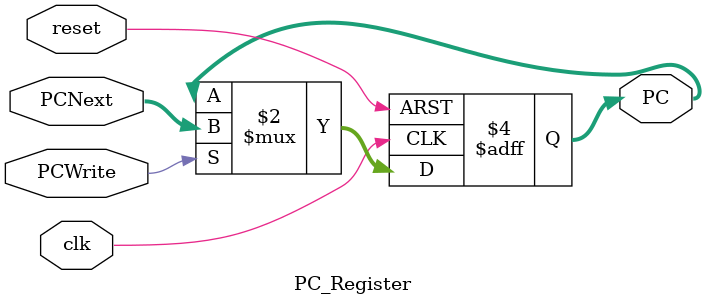
<source format=v>
module PC_Register (
    input clk,
    input reset,      
    input PCWrite,    
    input [11:0] PCNext, 
    output reg [11:0] PC
);
    
    always @(posedge clk or posedge reset) begin
        if (reset)
            PC <= 12'b0; 
        else if (PCWrite)
            PC <= PCNext;
    end
endmodule
</source>
